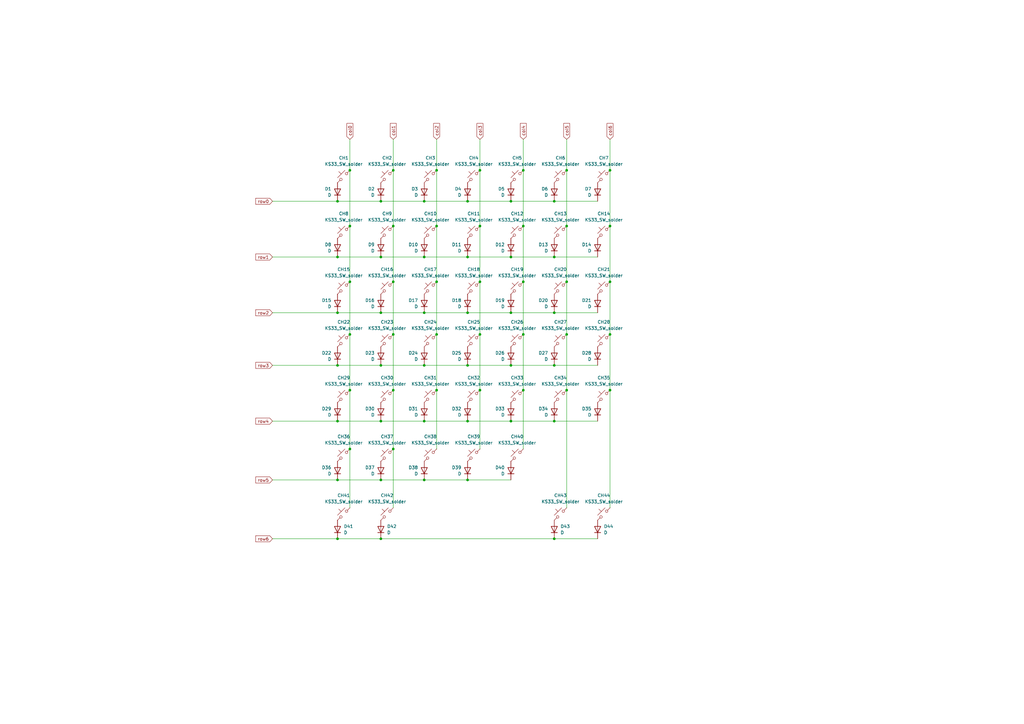
<source format=kicad_sch>
(kicad_sch (version 20231120) (generator "eeschema") (generator_version "8.0")
  (paper "A3")
  (lib_symbols
    (symbol "Device:D" (pin_numbers hide) (pin_names (offset 1.016) hide)
      (property "Reference" "D" (at 0 2.54 0))
      (property "Value" "D" (at 0 -2.54 0))
      (symbol "D_0_1"
        (polyline (pts (xy -1.27 1.27) (xy -1.27 -1.27)) (stroke (width 0.254)))
        (polyline (pts (xy 1.27 0) (xy -1.27 0)))
        (polyline (pts (xy 1.27 1.27) (xy 1.27 -1.27) (xy -1.27 0) (xy 1.27 1.27)) (stroke (width 0.254)))
      )
      (symbol "D_1_1"
        (pin passive line (at -3.81 0 0) (length 2.54) (name "K") (number "1"))
        (pin passive line (at 3.81 0 180) (length 2.54) (name "A") (number "2"))
      )
    )
    (symbol "PCM_marbastlib-choc:choc_v1_SW_HS_CPG135001S30" (pin_numbers hide) (pin_names (offset 1.016) hide)
      (property "Reference" "CH" (at 3.048 1.016 0))
      (property "Value" "choc_v1_SW_HS" (at 0 -3.81 0))
      (symbol "choc_v1_SW_HS_CPG135001S30_0_1"
        (circle (center -1.1684 1.1684) (radius 0.508))
        (polyline (pts (xy -0.508 2.54) (xy 2.54 -0.508)))
        (polyline (pts (xy 1.016 1.016) (xy 2.032 2.032)))
        (polyline (pts (xy -2.54 2.54) (xy -1.524 1.524) (xy -1.524 1.524)))
        (polyline (pts (xy 1.524 -1.524) (xy 2.54 -2.54) (xy 2.54 -2.54) (xy 2.54 -2.54)))
        (circle (center 1.143 -1.1938) (radius 0.508))
        (pin passive line (at -2.54 2.54 0) (length 0) (name "1") (number "1"))
        (pin passive line (at 2.54 -2.54 180) (length 0) (name "2") (number "2"))
      )
    )
  )
  (junction (at 232.41 92.71))
  (junction (at 138.43 149.86))
  (junction (at 227.33 128.27))
  (junction (at 232.41 137.16))
  (junction (at 227.33 82.55))
  (junction (at 191.77 149.86))
  (junction (at 250.19 160.02))
  (junction (at 173.99 105.41))
  (junction (at 196.85 69.85))
  (junction (at 191.77 196.85))
  (junction (at 156.21 128.27))
  (junction (at 143.51 160.02))
  (junction (at 138.43 220.98))
  (junction (at 138.43 82.55))
  (junction (at 232.41 69.85))
  (junction (at 227.33 172.72))
  (junction (at 250.19 115.57))
  (junction (at 138.43 172.72))
  (junction (at 173.99 82.55))
  (junction (at 138.43 196.85))
  (junction (at 161.29 69.85))
  (junction (at 156.21 220.98))
  (junction (at 143.51 92.71))
  (junction (at 250.19 69.85))
  (junction (at 196.85 137.16))
  (junction (at 173.99 172.72))
  (junction (at 250.19 92.71))
  (junction (at 214.63 69.85))
  (junction (at 173.99 196.85))
  (junction (at 179.07 115.57))
  (junction (at 138.43 105.41))
  (junction (at 138.43 128.27))
  (junction (at 191.77 172.72))
  (junction (at 196.85 160.02))
  (junction (at 191.77 82.55))
  (junction (at 161.29 92.71))
  (junction (at 227.33 149.86))
  (junction (at 143.51 137.16))
  (junction (at 156.21 196.85))
  (junction (at 214.63 92.71))
  (junction (at 161.29 184.15))
  (junction (at 191.77 105.41))
  (junction (at 196.85 92.71))
  (junction (at 250.19 137.16))
  (junction (at 173.99 149.86))
  (junction (at 161.29 160.02))
  (junction (at 227.33 105.41))
  (junction (at 232.41 160.02))
  (junction (at 173.99 128.27))
  (junction (at 209.55 149.86))
  (junction (at 179.07 92.71))
  (junction (at 179.07 137.16))
  (junction (at 232.41 115.57))
  (junction (at 156.21 149.86))
  (junction (at 214.63 137.16))
  (junction (at 209.55 105.41))
  (junction (at 227.33 220.98))
  (junction (at 179.07 69.85))
  (junction (at 209.55 172.72))
  (junction (at 156.21 82.55))
  (junction (at 209.55 82.55))
  (junction (at 156.21 172.72))
  (junction (at 191.77 128.27))
  (junction (at 143.51 115.57))
  (junction (at 156.21 105.41))
  (junction (at 143.51 69.85))
  (junction (at 196.85 115.57))
  (junction (at 209.55 128.27))
  (junction (at 143.51 184.15))
  (junction (at 214.63 115.57))
  (junction (at 161.29 137.16))
  (junction (at 179.07 160.02))
  (junction (at 214.63 160.02))
  (junction (at 161.29 115.57))
  (wire (pts (xy 143.51 184.15) (xy 143.51 208.28)))
  (wire (pts (xy 196.85 92.71) (xy 196.85 115.57)))
  (wire (pts (xy 196.85 160.02) (xy 196.85 184.15)))
  (wire (pts (xy 179.07 160.02) (xy 179.07 184.15)))
  (wire (pts (xy 161.29 137.16) (xy 161.29 160.02)))
  (wire (pts (xy 179.07 137.16) (xy 179.07 160.02)))
  (wire (pts (xy 227.33 149.86) (xy 209.55 149.86)))
  (wire (pts (xy 179.07 115.57) (xy 179.07 137.16)))
  (wire (pts (xy 143.51 69.85) (xy 143.51 92.71)))
  (wire (pts (xy 245.11 105.41) (xy 227.33 105.41)))
  (wire (pts (xy 111.76 128.27) (xy 138.43 128.27)))
  (wire (pts (xy 245.11 149.86) (xy 227.33 149.86)))
  (wire (pts (xy 111.76 82.55) (xy 138.43 82.55)))
  (wire (pts (xy 156.21 220.98) (xy 138.43 220.98)))
  (wire (pts (xy 214.63 69.85) (xy 214.63 92.71)))
  (wire (pts (xy 214.63 92.71) (xy 214.63 115.57)))
  (wire (pts (xy 214.63 160.02) (xy 214.63 184.15)))
  (wire (pts (xy 245.11 220.98) (xy 227.33 220.98)))
  (wire (pts (xy 179.07 92.71) (xy 179.07 115.57)))
  (wire (pts (xy 214.63 137.16) (xy 214.63 160.02)))
  (wire (pts (xy 232.41 92.71) (xy 232.41 115.57)))
  (wire (pts (xy 111.76 105.41) (xy 138.43 105.41)))
  (wire (pts (xy 209.55 82.55) (xy 191.77 82.55)))
  (wire (pts (xy 161.29 92.71) (xy 161.29 115.57)))
  (wire (pts (xy 156.21 172.72) (xy 138.43 172.72)))
  (wire (pts (xy 232.41 115.57) (xy 232.41 137.16)))
  (wire (pts (xy 173.99 149.86) (xy 156.21 149.86)))
  (wire (pts (xy 156.21 149.86) (xy 138.43 149.86)))
  (wire (pts (xy 161.29 115.57) (xy 161.29 137.16)))
  (wire (pts (xy 250.19 92.71) (xy 250.19 115.57)))
  (wire (pts (xy 191.77 172.72) (xy 173.99 172.72)))
  (wire (pts (xy 245.11 172.72) (xy 227.33 172.72)))
  (wire (pts (xy 156.21 196.85) (xy 138.43 196.85)))
  (wire (pts (xy 209.55 172.72) (xy 191.77 172.72)))
  (wire (pts (xy 232.41 160.02) (xy 232.41 208.28)))
  (wire (pts (xy 227.33 82.55) (xy 209.55 82.55)))
  (wire (pts (xy 209.55 105.41) (xy 191.77 105.41)))
  (wire (pts (xy 191.77 82.55) (xy 173.99 82.55)))
  (wire (pts (xy 232.41 69.85) (xy 232.41 92.71)))
  (wire (pts (xy 156.21 82.55) (xy 138.43 82.55)))
  (wire (pts (xy 173.99 105.41) (xy 156.21 105.41)))
  (wire (pts (xy 191.77 196.85) (xy 209.55 196.85)))
  (wire (pts (xy 179.07 57.15) (xy 179.07 69.85)))
  (wire (pts (xy 250.19 57.15) (xy 250.19 69.85)))
  (wire (pts (xy 227.33 105.41) (xy 209.55 105.41)))
  (wire (pts (xy 232.41 137.16) (xy 232.41 160.02)))
  (wire (pts (xy 143.51 92.71) (xy 143.51 115.57)))
  (wire (pts (xy 191.77 196.85) (xy 173.99 196.85)))
  (wire (pts (xy 173.99 196.85) (xy 156.21 196.85)))
  (wire (pts (xy 250.19 69.85) (xy 250.19 92.71)))
  (wire (pts (xy 161.29 69.85) (xy 161.29 92.71)))
  (wire (pts (xy 156.21 105.41) (xy 138.43 105.41)))
  (wire (pts (xy 191.77 149.86) (xy 173.99 149.86)))
  (wire (pts (xy 173.99 82.55) (xy 156.21 82.55)))
  (wire (pts (xy 143.51 115.57) (xy 143.51 137.16)))
  (wire (pts (xy 161.29 57.15) (xy 161.29 69.85)))
  (wire (pts (xy 191.77 105.41) (xy 173.99 105.41)))
  (wire (pts (xy 214.63 115.57) (xy 214.63 137.16)))
  (wire (pts (xy 196.85 137.16) (xy 196.85 160.02)))
  (wire (pts (xy 156.21 220.98) (xy 227.33 220.98)))
  (wire (pts (xy 111.76 196.85) (xy 138.43 196.85)))
  (wire (pts (xy 209.55 149.86) (xy 191.77 149.86)))
  (wire (pts (xy 250.19 137.16) (xy 250.19 160.02)))
  (wire (pts (xy 111.76 172.72) (xy 138.43 172.72)))
  (wire (pts (xy 143.51 137.16) (xy 143.51 160.02)))
  (wire (pts (xy 196.85 57.15) (xy 196.85 69.85)))
  (wire (pts (xy 227.33 172.72) (xy 209.55 172.72)))
  (wire (pts (xy 191.77 128.27) (xy 173.99 128.27)))
  (wire (pts (xy 245.11 128.27) (xy 227.33 128.27)))
  (wire (pts (xy 173.99 128.27) (xy 156.21 128.27)))
  (wire (pts (xy 143.51 160.02) (xy 143.51 184.15)))
  (wire (pts (xy 245.11 82.55) (xy 227.33 82.55)))
  (wire (pts (xy 250.19 115.57) (xy 250.19 137.16)))
  (wire (pts (xy 196.85 69.85) (xy 196.85 92.71)))
  (wire (pts (xy 161.29 160.02) (xy 161.29 184.15)))
  (wire (pts (xy 156.21 128.27) (xy 138.43 128.27)))
  (wire (pts (xy 143.51 57.15) (xy 143.51 69.85)))
  (wire (pts (xy 179.07 69.85) (xy 179.07 92.71)))
  (wire (pts (xy 250.19 160.02) (xy 250.19 208.28)))
  (wire (pts (xy 214.63 57.15) (xy 214.63 69.85)))
  (wire (pts (xy 111.76 220.98) (xy 138.43 220.98)))
  (wire (pts (xy 232.41 57.15) (xy 232.41 69.85)))
  (wire (pts (xy 196.85 115.57) (xy 196.85 137.16)))
  (wire (pts (xy 173.99 172.72) (xy 156.21 172.72)))
  (wire (pts (xy 161.29 184.15) (xy 161.29 208.28)))
  (wire (pts (xy 111.76 149.86) (xy 138.43 149.86)))
  (wire (pts (xy 209.55 128.27) (xy 191.77 128.27)))
  (wire (pts (xy 227.33 128.27) (xy 209.55 128.27)))
  (global_label "col2" (shape input) (at 179.07 57.15 90) (property "Intersheetrefs" "${INTERSHEET_REFS}" (effects (hide yes))))
  (global_label "col1" (shape input) (at 161.29 57.15 90) (property "Intersheetrefs" "${INTERSHEET_REFS}" (effects (hide yes))))
  (global_label "row4" (shape input) (at 111.76 172.72 180) (property "Intersheetrefs" "${INTERSHEET_REFS}" (effects (hide yes))))
  (global_label "row0" (shape input) (at 111.76 82.55 180) (property "Intersheetrefs" "${INTERSHEET_REFS}" (effects (hide yes))))
  (global_label "row6" (shape input) (at 111.76 220.98 180) (property "Intersheetrefs" "${INTERSHEET_REFS}" (effects (hide yes))))
  (global_label "col6" (shape input) (at 250.19 57.15 90) (property "Intersheetrefs" "${INTERSHEET_REFS}" (effects (hide yes))))
  (global_label "row3" (shape input) (at 111.76 149.86 180) (property "Intersheetrefs" "${INTERSHEET_REFS}" (effects (hide yes))))
  (global_label "col4" (shape input) (at 214.63 57.15 90) (property "Intersheetrefs" "${INTERSHEET_REFS}" (effects (hide yes))))
  (global_label "col3" (shape input) (at 196.85 57.15 90) (property "Intersheetrefs" "${INTERSHEET_REFS}" (effects (hide yes))))
  (global_label "row2" (shape input) (at 111.76 128.27 180) (property "Intersheetrefs" "${INTERSHEET_REFS}" (effects (hide yes))))
  (global_label "col0" (shape input) (at 143.51 57.15 90) (property "Intersheetrefs" "${INTERSHEET_REFS}" (effects (hide yes))))
  (global_label "row5" (shape input) (at 111.76 196.85 180) (property "Intersheetrefs" "${INTERSHEET_REFS}" (effects (hide yes))))
  (global_label "row1" (shape input) (at 111.76 105.41 180) (property "Intersheetrefs" "${INTERSHEET_REFS}" (effects (hide yes))))
  (global_label "col5" (shape input) (at 232.41 57.15 90) (property "Intersheetrefs" "${INTERSHEET_REFS}" (effects (hide yes))))
  (symbol (lib_id "Device:D") (at 227.33 124.46 270) (mirror x) (unit 1)
    (property "Reference" "D20" (at 224.79 123.1899 90) (effects (justify right)))
    (property "Value" "D" (at 224.79 125.7299 90) (effects (justify right)))
    (property "Footprint" "Diode_SMD:D_SOD-123" (effects (hide yes)))
    (property "Description" "Diode" (effects (hide yes)))
    (property "Sim.Device" "D" (effects (hide yes)))
    (property "Sim.Pins" "1=K 2=A" (effects (hide yes)))
  )
  (symbol (lib_id "PCM_marbastlib-choc:choc_v1_SW_HS_CPG135001S30") (at 229.87 210.82 0) (mirror y) (unit 1)
    (property "Reference" "CH43" (at 229.87 203.2 0))
    (property "Value" "KS33_SW_solder" (at 229.87 205.74 0))
    (property "Footprint" "ModHob:KS33_Choc-v2_HS_1.5U" (effects (hide yes)))
    (property "Description" "Push button switch, normally open, two pins, 45° tilted" (effects (hide yes)))
  )
  (symbol (lib_id "Device:D") (at 209.55 168.91 270) (mirror x) (unit 1)
    (property "Reference" "D33" (at 207.01 167.6399 90) (effects (justify right)))
    (property "Value" "D" (at 207.01 170.1799 90) (effects (justify right)))
    (property "Footprint" "Diode_SMD:D_SOD-123" (effects (hide yes)))
    (property "Description" "Diode" (effects (hide yes)))
    (property "Sim.Device" "D" (effects (hide yes)))
    (property "Sim.Pins" "1=K 2=A" (effects (hide yes)))
  )
  (symbol (lib_id "PCM_marbastlib-choc:choc_v1_SW_HS_CPG135001S30") (at 247.65 162.56 0) (mirror y) (unit 1)
    (property "Reference" "CH35" (at 247.65 154.94 0))
    (property "Value" "KS33_SW_solder" (at 247.65 157.48 0))
    (property "Footprint" "ModHob:KS33_Choc-v2_HS_1.5U" (effects (hide yes)))
    (property "Description" "Push button switch, normally open, two pins, 45° tilted" (effects (hide yes)))
  )
  (symbol (lib_id "Device:D") (at 156.21 146.05 270) (mirror x) (unit 1)
    (property "Reference" "D23" (at 153.67 144.7799 90) (effects (justify right)))
    (property "Value" "D" (at 153.67 147.3199 90) (effects (justify right)))
    (property "Footprint" "Diode_SMD:D_SOD-123" (effects (hide yes)))
    (property "Description" "Diode" (effects (hide yes)))
    (property "Sim.Device" "D" (effects (hide yes)))
    (property "Sim.Pins" "1=K 2=A" (effects (hide yes)))
  )
  (symbol (lib_id "Device:D") (at 191.77 146.05 270) (mirror x) (unit 1)
    (property "Reference" "D25" (at 189.23 144.7799 90) (effects (justify right)))
    (property "Value" "D" (at 189.23 147.3199 90) (effects (justify right)))
    (property "Footprint" "Diode_SMD:D_SOD-123" (effects (hide yes)))
    (property "Description" "Diode" (effects (hide yes)))
    (property "Sim.Device" "D" (effects (hide yes)))
    (property "Sim.Pins" "1=K 2=A" (effects (hide yes)))
  )
  (symbol (lib_id "PCM_marbastlib-choc:choc_v1_SW_HS_CPG135001S30") (at 212.09 186.69 0) (mirror y) (unit 1)
    (property "Reference" "CH40" (at 212.09 179.07 0))
    (property "Value" "KS33_SW_solder" (at 212.09 181.61 0))
    (property "Footprint" "ModHob:KS33_Choc-v2_HS_1U" (effects (hide yes)))
    (property "Description" "Push button switch, normally open, two pins, 45° tilted" (effects (hide yes)))
  )
  (symbol (lib_id "PCM_marbastlib-choc:choc_v1_SW_HS_CPG135001S30") (at 140.97 210.82 0) (mirror y) (unit 1)
    (property "Reference" "CH41" (at 140.97 203.2 0))
    (property "Value" "KS33_SW_solder" (at 140.97 205.74 0))
    (property "Footprint" "ModHob:KS33_Choc-v2_HS_1.5U" (effects (hide yes)))
    (property "Description" "Push button switch, normally open, two pins, 45° tilted" (effects (hide yes)))
  )
  (symbol (lib_id "PCM_marbastlib-choc:choc_v1_SW_HS_CPG135001S30") (at 158.75 95.25 0) (mirror y) (unit 1)
    (property "Reference" "CH9" (at 158.75 87.63 0))
    (property "Value" "KS33_SW_solder" (at 158.75 90.17 0))
    (property "Footprint" "ModHob:KS33_Choc-v2_HS_1U" (effects (hide yes)))
    (property "Description" "Push button switch, normally open, two pins, 45° tilted" (effects (hide yes)))
  )
  (symbol (lib_id "Device:D") (at 191.77 124.46 270) (mirror x) (unit 1)
    (property "Reference" "D18" (at 189.23 123.1899 90) (effects (justify right)))
    (property "Value" "D" (at 189.23 125.7299 90) (effects (justify right)))
    (property "Footprint" "Diode_SMD:D_SOD-123" (effects (hide yes)))
    (property "Description" "Diode" (effects (hide yes)))
    (property "Sim.Device" "D" (effects (hide yes)))
    (property "Sim.Pins" "1=K 2=A" (effects (hide yes)))
  )
  (symbol (lib_id "Device:D") (at 227.33 101.6 270) (mirror x) (unit 1)
    (property "Reference" "D13" (at 224.79 100.3299 90) (effects (justify right)))
    (property "Value" "D" (at 224.79 102.8699 90) (effects (justify right)))
    (property "Footprint" "Diode_SMD:D_SOD-123" (effects (hide yes)))
    (property "Description" "Diode" (effects (hide yes)))
    (property "Sim.Device" "D" (effects (hide yes)))
    (property "Sim.Pins" "1=K 2=A" (effects (hide yes)))
  )
  (symbol (lib_id "Device:D") (at 138.43 78.74 270) (mirror x) (unit 1)
    (property "Reference" "D1" (at 135.89 77.4699 90) (effects (justify right)))
    (property "Value" "D" (at 135.89 80.0099 90) (effects (justify right)))
    (property "Footprint" "Diode_SMD:D_SOD-123" (effects (hide yes)))
    (property "Description" "Diode" (effects (hide yes)))
    (property "Sim.Device" "D" (effects (hide yes)))
    (property "Sim.Pins" "1=K 2=A" (effects (hide yes)))
  )
  (symbol (lib_id "PCM_marbastlib-choc:choc_v1_SW_HS_CPG135001S30") (at 212.09 118.11 0) (mirror y) (unit 1)
    (property "Reference" "CH19" (at 212.09 110.49 0))
    (property "Value" "KS33_SW_solder" (at 212.09 113.03 0))
    (property "Footprint" "ModHob:KS33_Choc-v2_HS_1U" (effects (hide yes)))
    (property "Description" "Push button switch, normally open, two pins, 45° tilted" (effects (hide yes)))
  )
  (symbol (lib_id "Device:D") (at 227.33 168.91 270) (mirror x) (unit 1)
    (property "Reference" "D34" (at 224.79 167.6399 90) (effects (justify right)))
    (property "Value" "D" (at 224.79 170.1799 90) (effects (justify right)))
    (property "Footprint" "Diode_SMD:D_SOD-123" (effects (hide yes)))
    (property "Description" "Diode" (effects (hide yes)))
    (property "Sim.Device" "D" (effects (hide yes)))
    (property "Sim.Pins" "1=K 2=A" (effects (hide yes)))
  )
  (symbol (lib_id "PCM_marbastlib-choc:choc_v1_SW_HS_CPG135001S30") (at 229.87 95.25 0) (mirror y) (unit 1)
    (property "Reference" "CH13" (at 229.87 87.63 0))
    (property "Value" "KS33_SW_solder" (at 229.87 90.17 0))
    (property "Footprint" "ModHob:KS33_Choc-v2_HS_1U" (effects (hide yes)))
    (property "Description" "Push button switch, normally open, two pins, 45° tilted" (effects (hide yes)))
  )
  (symbol (lib_id "Device:D") (at 156.21 101.6 270) (mirror x) (unit 1)
    (property "Reference" "D9" (at 153.67 100.3299 90) (effects (justify right)))
    (property "Value" "D" (at 153.67 102.8699 90) (effects (justify right)))
    (property "Footprint" "Diode_SMD:D_SOD-123" (effects (hide yes)))
    (property "Description" "Diode" (effects (hide yes)))
    (property "Sim.Device" "D" (effects (hide yes)))
    (property "Sim.Pins" "1=K 2=A" (effects (hide yes)))
  )
  (symbol (lib_id "PCM_marbastlib-choc:choc_v1_SW_HS_CPG135001S30") (at 158.75 139.7 0) (mirror y) (unit 1)
    (property "Reference" "CH23" (at 158.75 132.08 0))
    (property "Value" "KS33_SW_solder" (at 158.75 134.62 0))
    (property "Footprint" "ModHob:KS33_Choc-v2_HS_1U" (effects (hide yes)))
    (property "Description" "Push button switch, normally open, two pins, 45° tilted" (effects (hide yes)))
  )
  (symbol (lib_id "PCM_marbastlib-choc:choc_v1_SW_HS_CPG135001S30") (at 158.75 210.82 0) (mirror y) (unit 1)
    (property "Reference" "CH42" (at 158.75 203.2 0))
    (property "Value" "KS33_SW_solder" (at 158.75 205.74 0))
    (property "Footprint" "ModHob:KS33_Choc-v2_HS_1.5U" (effects (hide yes)))
    (property "Description" "Push button switch, normally open, two pins, 45° tilted" (effects (hide yes)))
  )
  (symbol (lib_id "PCM_marbastlib-choc:choc_v1_SW_HS_CPG135001S30") (at 158.75 162.56 0) (mirror y) (unit 1)
    (property "Reference" "CH30" (at 158.75 154.94 0))
    (property "Value" "KS33_SW_solder" (at 158.75 157.48 0))
    (property "Footprint" "ModHob:KS33_Choc-v2_HS_1U" (effects (hide yes)))
    (property "Description" "Push button switch, normally open, two pins, 45° tilted" (effects (hide yes)))
  )
  (symbol (lib_id "Device:D") (at 138.43 146.05 270) (mirror x) (unit 1)
    (property "Reference" "D22" (at 135.89 144.7799 90) (effects (justify right)))
    (property "Value" "D" (at 135.89 147.3199 90) (effects (justify right)))
    (property "Footprint" "Diode_SMD:D_SOD-123" (effects (hide yes)))
    (property "Description" "Diode" (effects (hide yes)))
    (property "Sim.Device" "D" (effects (hide yes)))
    (property "Sim.Pins" "1=K 2=A" (effects (hide yes)))
  )
  (symbol (lib_id "PCM_marbastlib-choc:choc_v1_SW_HS_CPG135001S30") (at 194.31 72.39 0) (mirror y) (unit 1)
    (property "Reference" "CH4" (at 194.31 64.77 0))
    (property "Value" "KS33_SW_solder" (at 194.31 67.31 0))
    (property "Footprint" "ModHob:KS33_Choc-v2_HS_1U" (effects (hide yes)))
    (property "Description" "Push button switch, normally open, two pins, 45° tilted" (effects (hide yes)))
  )
  (symbol (lib_id "PCM_marbastlib-choc:choc_v1_SW_HS_CPG135001S30") (at 140.97 139.7 0) (mirror y) (unit 1)
    (property "Reference" "CH22" (at 140.97 132.08 0))
    (property "Value" "KS33_SW_solder" (at 140.97 134.62 0))
    (property "Footprint" "ModHob:KS33_Choc-v2_HS_1U" (effects (hide yes)))
    (property "Description" "Push button switch, normally open, two pins, 45° tilted" (effects (hide yes)))
  )
  (symbol (lib_id "Device:D") (at 245.11 124.46 270) (mirror x) (unit 1)
    (property "Reference" "D21" (at 242.57 123.1899 90) (effects (justify right)))
    (property "Value" "D" (at 242.57 125.7299 90) (effects (justify right)))
    (property "Footprint" "Diode_SMD:D_SOD-123" (effects (hide yes)))
    (property "Description" "Diode" (effects (hide yes)))
    (property "Sim.Device" "D" (effects (hide yes)))
    (property "Sim.Pins" "1=K 2=A" (effects (hide yes)))
  )
  (symbol (lib_id "Device:D") (at 245.11 168.91 270) (mirror x) (unit 1)
    (property "Reference" "D35" (at 242.57 167.6399 90) (effects (justify right)))
    (property "Value" "D" (at 242.57 170.1799 90) (effects (justify right)))
    (property "Footprint" "Diode_SMD:D_SOD-123" (effects (hide yes)))
    (property "Description" "Diode" (effects (hide yes)))
    (property "Sim.Device" "D" (effects (hide yes)))
    (property "Sim.Pins" "1=K 2=A" (effects (hide yes)))
  )
  (symbol (lib_id "Device:D") (at 191.77 101.6 270) (mirror x) (unit 1)
    (property "Reference" "D11" (at 189.23 100.3299 90) (effects (justify right)))
    (property "Value" "D" (at 189.23 102.8699 90) (effects (justify right)))
    (property "Footprint" "Diode_SMD:D_SOD-123" (effects (hide yes)))
    (property "Description" "Diode" (effects (hide yes)))
    (property "Sim.Device" "D" (effects (hide yes)))
    (property "Sim.Pins" "1=K 2=A" (effects (hide yes)))
  )
  (symbol (lib_id "PCM_marbastlib-choc:choc_v1_SW_HS_CPG135001S30") (at 247.65 118.11 0) (mirror y) (unit 1)
    (property "Reference" "CH21" (at 247.65 110.49 0))
    (property "Value" "KS33_SW_solder" (at 247.65 113.03 0))
    (property "Footprint" "ModHob:KS33_Choc-v2_HS_1.5U" (effects (hide yes)))
    (property "Description" "Push button switch, normally open, two pins, 45° tilted" (effects (hide yes)))
  )
  (symbol (lib_id "PCM_marbastlib-choc:choc_v1_SW_HS_CPG135001S30") (at 176.53 139.7 0) (mirror y) (unit 1)
    (property "Reference" "CH24" (at 176.53 132.08 0))
    (property "Value" "KS33_SW_solder" (at 176.53 134.62 0))
    (property "Footprint" "ModHob:KS33_Choc-v2_HS_1U" (effects (hide yes)))
    (property "Description" "Push button switch, normally open, two pins, 45° tilted" (effects (hide yes)))
  )
  (symbol (lib_id "PCM_marbastlib-choc:choc_v1_SW_HS_CPG135001S30") (at 229.87 162.56 0) (mirror y) (unit 1)
    (property "Reference" "CH34" (at 229.87 154.94 0))
    (property "Value" "KS33_SW_solder" (at 229.87 157.48 0))
    (property "Footprint" "ModHob:KS33_Choc-v2_HS_1U" (effects (hide yes)))
    (property "Description" "Push button switch, normally open, two pins, 45° tilted" (effects (hide yes)))
  )
  (symbol (lib_id "PCM_marbastlib-choc:choc_v1_SW_HS_CPG135001S30") (at 158.75 118.11 0) (mirror y) (unit 1)
    (property "Reference" "CH16" (at 158.75 110.49 0))
    (property "Value" "KS33_SW_solder" (at 158.75 113.03 0))
    (property "Footprint" "ModHob:KS33_Choc-v2_HS_1U" (effects (hide yes)))
    (property "Description" "Push button switch, normally open, two pins, 45° tilted" (effects (hide yes)))
  )
  (symbol (lib_id "Device:D") (at 191.77 193.04 270) (mirror x) (unit 1)
    (property "Reference" "D39" (at 189.23 191.7699 90) (effects (justify right)))
    (property "Value" "D" (at 189.23 194.3099 90) (effects (justify right)))
    (property "Footprint" "Diode_SMD:D_SOD-123" (effects (hide yes)))
    (property "Description" "Diode" (effects (hide yes)))
    (property "Sim.Device" "D" (effects (hide yes)))
    (property "Sim.Pins" "1=K 2=A" (effects (hide yes)))
  )
  (symbol (lib_id "Device:D") (at 138.43 168.91 270) (mirror x) (unit 1)
    (property "Reference" "D29" (at 135.89 167.6399 90) (effects (justify right)))
    (property "Value" "D" (at 135.89 170.1799 90) (effects (justify right)))
    (property "Footprint" "Diode_SMD:D_SOD-123" (effects (hide yes)))
    (property "Description" "Diode" (effects (hide yes)))
    (property "Sim.Device" "D" (effects (hide yes)))
    (property "Sim.Pins" "1=K 2=A" (effects (hide yes)))
  )
  (symbol (lib_id "PCM_marbastlib-choc:choc_v1_SW_HS_CPG135001S30") (at 140.97 162.56 0) (mirror y) (unit 1)
    (property "Reference" "CH29" (at 140.97 154.94 0))
    (property "Value" "KS33_SW_solder" (at 140.97 157.48 0))
    (property "Footprint" "ModHob:KS33_Choc-v2_HS_1U" (effects (hide yes)))
    (property "Description" "Push button switch, normally open, two pins, 45° tilted" (effects (hide yes)))
  )
  (symbol (lib_id "PCM_marbastlib-choc:choc_v1_SW_HS_CPG135001S30") (at 229.87 72.39 0) (mirror y) (unit 1)
    (property "Reference" "CH6" (at 229.87 64.77 0))
    (property "Value" "KS33_SW_solder" (at 229.87 67.31 0))
    (property "Footprint" "ModHob:KS33_Choc-v2_HS_1U" (effects (hide yes)))
    (property "Description" "Push button switch, normally open, two pins, 45° tilted" (effects (hide yes)))
  )
  (symbol (lib_id "PCM_marbastlib-choc:choc_v1_SW_HS_CPG135001S30") (at 176.53 186.69 0) (mirror y) (unit 1)
    (property "Reference" "CH38" (at 176.53 179.07 0))
    (property "Value" "KS33_SW_solder" (at 176.53 181.61 0))
    (property "Footprint" "ModHob:KS33_Choc-v2_HS_1.5U" (effects (hide yes)))
    (property "Description" "Push button switch, normally open, two pins, 45° tilted" (effects (hide yes)))
  )
  (symbol (lib_id "PCM_marbastlib-choc:choc_v1_SW_HS_CPG135001S30") (at 247.65 72.39 0) (mirror y) (unit 1)
    (property "Reference" "CH7" (at 247.65 64.77 0))
    (property "Value" "KS33_SW_solder" (at 247.65 67.31 0))
    (property "Footprint" "ModHob:KS33_Choc-v2_HS_1.5U" (effects (hide yes)))
    (property "Description" "Push button switch, normally open, two pins, 45° tilted" (effects (hide yes)))
  )
  (symbol (lib_id "Device:D") (at 245.11 217.17 270) (mirror x) (unit 1)
    (property "Reference" "D44" (at 247.65 215.8999 90) (effects (justify left)))
    (property "Value" "D" (at 247.65 218.4399 90) (effects (justify left)))
    (property "Footprint" "Diode_SMD:D_SOD-123" (effects (hide yes)))
    (property "Description" "Diode" (effects (hide yes)))
    (property "Sim.Device" "D" (effects (hide yes)))
    (property "Sim.Pins" "1=K 2=A" (effects (hide yes)))
  )
  (symbol (lib_id "PCM_marbastlib-choc:choc_v1_SW_HS_CPG135001S30") (at 140.97 186.69 0) (mirror y) (unit 1)
    (property "Reference" "CH36" (at 140.97 179.07 0))
    (property "Value" "KS33_SW_solder" (at 140.97 181.61 0))
    (property "Footprint" "ModHob:KS33_Choc-v2_HS_1.5U" (effects (hide yes)))
    (property "Description" "Push button switch, normally open, two pins, 45° tilted" (effects (hide yes)))
  )
  (symbol (lib_id "Device:D") (at 245.11 146.05 270) (mirror x) (unit 1)
    (property "Reference" "D28" (at 242.57 144.7799 90) (effects (justify right)))
    (property "Value" "D" (at 242.57 147.3199 90) (effects (justify right)))
    (property "Footprint" "Diode_SMD:D_SOD-123" (effects (hide yes)))
    (property "Description" "Diode" (effects (hide yes)))
    (property "Sim.Device" "D" (effects (hide yes)))
    (property "Sim.Pins" "1=K 2=A" (effects (hide yes)))
  )
  (symbol (lib_id "Device:D") (at 209.55 101.6 270) (mirror x) (unit 1)
    (property "Reference" "D12" (at 207.01 100.3299 90) (effects (justify right)))
    (property "Value" "D" (at 207.01 102.8699 90) (effects (justify right)))
    (property "Footprint" "Diode_SMD:D_SOD-123" (effects (hide yes)))
    (property "Description" "Diode" (effects (hide yes)))
    (property "Sim.Device" "D" (effects (hide yes)))
    (property "Sim.Pins" "1=K 2=A" (effects (hide yes)))
  )
  (symbol (lib_id "Device:D") (at 173.99 168.91 270) (mirror x) (unit 1)
    (property "Reference" "D31" (at 171.45 167.6399 90) (effects (justify right)))
    (property "Value" "D" (at 171.45 170.1799 90) (effects (justify right)))
    (property "Footprint" "Diode_SMD:D_SOD-123" (effects (hide yes)))
    (property "Description" "Diode" (effects (hide yes)))
    (property "Sim.Device" "D" (effects (hide yes)))
    (property "Sim.Pins" "1=K 2=A" (effects (hide yes)))
  )
  (symbol (lib_id "PCM_marbastlib-choc:choc_v1_SW_HS_CPG135001S30") (at 176.53 118.11 0) (mirror y) (unit 1)
    (property "Reference" "CH17" (at 176.53 110.49 0))
    (property "Value" "KS33_SW_solder" (at 176.53 113.03 0))
    (property "Footprint" "ModHob:KS33_Choc-v2_HS_1U" (effects (hide yes)))
    (property "Description" "Push button switch, normally open, two pins, 45° tilted" (effects (hide yes)))
  )
  (symbol (lib_id "Device:D") (at 138.43 101.6 270) (mirror x) (unit 1)
    (property "Reference" "D8" (at 135.89 100.3299 90) (effects (justify right)))
    (property "Value" "D" (at 135.89 102.8699 90) (effects (justify right)))
    (property "Footprint" "Diode_SMD:D_SOD-123" (effects (hide yes)))
    (property "Description" "Diode" (effects (hide yes)))
    (property "Sim.Device" "D" (effects (hide yes)))
    (property "Sim.Pins" "1=K 2=A" (effects (hide yes)))
  )
  (symbol (lib_id "PCM_marbastlib-choc:choc_v1_SW_HS_CPG135001S30") (at 140.97 72.39 0) (mirror y) (unit 1)
    (property "Reference" "CH1" (at 140.97 64.77 0))
    (property "Value" "KS33_SW_solder" (at 140.97 67.31 0))
    (property "Footprint" "ModHob:KS33_Choc-v2_HS_1U" (effects (hide yes)))
    (property "Description" "Push button switch, normally open, two pins, 45° tilted" (effects (hide yes)))
  )
  (symbol (lib_id "PCM_marbastlib-choc:choc_v1_SW_HS_CPG135001S30") (at 194.31 162.56 0) (mirror y) (unit 1)
    (property "Reference" "CH32" (at 194.31 154.94 0))
    (property "Value" "KS33_SW_solder" (at 194.31 157.48 0))
    (property "Footprint" "ModHob:KS33_Choc-v2_HS_1U" (effects (hide yes)))
    (property "Description" "Push button switch, normally open, two pins, 45° tilted" (effects (hide yes)))
  )
  (symbol (lib_id "PCM_marbastlib-choc:choc_v1_SW_HS_CPG135001S30") (at 194.31 118.11 0) (mirror y) (unit 1)
    (property "Reference" "CH18" (at 194.31 110.49 0))
    (property "Value" "KS33_SW_solder" (at 194.31 113.03 0))
    (property "Footprint" "ModHob:KS33_Choc-v2_HS_1U" (effects (hide yes)))
    (property "Description" "Push button switch, normally open, two pins, 45° tilted" (effects (hide yes)))
  )
  (symbol (lib_id "PCM_marbastlib-choc:choc_v1_SW_HS_CPG135001S30") (at 176.53 95.25 0) (mirror y) (unit 1)
    (property "Reference" "CH10" (at 176.53 87.63 0))
    (property "Value" "KS33_SW_solder" (at 176.53 90.17 0))
    (property "Footprint" "ModHob:KS33_Choc-v2_HS_1U" (effects (hide yes)))
    (property "Description" "Push button switch, normally open, two pins, 45° tilted" (effects (hide yes)))
  )
  (symbol (lib_id "Device:D") (at 191.77 168.91 270) (mirror x) (unit 1)
    (property "Reference" "D32" (at 189.23 167.6399 90) (effects (justify right)))
    (property "Value" "D" (at 189.23 170.1799 90) (effects (justify right)))
    (property "Footprint" "Diode_SMD:D_SOD-123" (effects (hide yes)))
    (property "Description" "Diode" (effects (hide yes)))
    (property "Sim.Device" "D" (effects (hide yes)))
    (property "Sim.Pins" "1=K 2=A" (effects (hide yes)))
  )
  (symbol (lib_id "Device:D") (at 156.21 168.91 270) (mirror x) (unit 1)
    (property "Reference" "D30" (at 153.67 167.6399 90) (effects (justify right)))
    (property "Value" "D" (at 153.67 170.1799 90) (effects (justify right)))
    (property "Footprint" "Diode_SMD:D_SOD-123" (effects (hide yes)))
    (property "Description" "Diode" (effects (hide yes)))
    (property "Sim.Device" "D" (effects (hide yes)))
    (property "Sim.Pins" "1=K 2=A" (effects (hide yes)))
  )
  (symbol (lib_id "Device:D") (at 227.33 146.05 270) (mirror x) (unit 1)
    (property "Reference" "D27" (at 224.79 144.7799 90) (effects (justify right)))
    (property "Value" "D" (at 224.79 147.3199 90) (effects (justify right)))
    (property "Footprint" "Diode_SMD:D_SOD-123" (effects (hide yes)))
    (property "Description" "Diode" (effects (hide yes)))
    (property "Sim.Device" "D" (effects (hide yes)))
    (property "Sim.Pins" "1=K 2=A" (effects (hide yes)))
  )
  (symbol (lib_id "Device:D") (at 227.33 217.17 270) (mirror x) (unit 1)
    (property "Reference" "D43" (at 229.87 215.8999 90) (effects (justify left)))
    (property "Value" "D" (at 229.87 218.4399 90) (effects (justify left)))
    (property "Footprint" "Diode_SMD:D_SOD-123" (effects (hide yes)))
    (property "Description" "Diode" (effects (hide yes)))
    (property "Sim.Device" "D" (effects (hide yes)))
    (property "Sim.Pins" "1=K 2=A" (effects (hide yes)))
  )
  (symbol (lib_id "Device:D") (at 209.55 124.46 270) (mirror x) (unit 1)
    (property "Reference" "D19" (at 207.01 123.1899 90) (effects (justify right)))
    (property "Value" "D" (at 207.01 125.7299 90) (effects (justify right)))
    (property "Footprint" "Diode_SMD:D_SOD-123" (effects (hide yes)))
    (property "Description" "Diode" (effects (hide yes)))
    (property "Sim.Device" "D" (effects (hide yes)))
    (property "Sim.Pins" "1=K 2=A" (effects (hide yes)))
  )
  (symbol (lib_id "Device:D") (at 173.99 146.05 270) (mirror x) (unit 1)
    (property "Reference" "D24" (at 171.45 144.7799 90) (effects (justify right)))
    (property "Value" "D" (at 171.45 147.3199 90) (effects (justify right)))
    (property "Footprint" "Diode_SMD:D_SOD-123" (effects (hide yes)))
    (property "Description" "Diode" (effects (hide yes)))
    (property "Sim.Device" "D" (effects (hide yes)))
    (property "Sim.Pins" "1=K 2=A" (effects (hide yes)))
  )
  (symbol (lib_id "Device:D") (at 245.11 78.74 270) (mirror x) (unit 1)
    (property "Reference" "D7" (at 242.57 77.4699 90) (effects (justify right)))
    (property "Value" "D" (at 242.57 80.0099 90) (effects (justify right)))
    (property "Footprint" "Diode_SMD:D_SOD-123" (effects (hide yes)))
    (property "Description" "Diode" (effects (hide yes)))
    (property "Sim.Device" "D" (effects (hide yes)))
    (property "Sim.Pins" "1=K 2=A" (effects (hide yes)))
  )
  (symbol (lib_id "PCM_marbastlib-choc:choc_v1_SW_HS_CPG135001S30") (at 229.87 139.7 0) (mirror y) (unit 1)
    (property "Reference" "CH27" (at 229.87 132.08 0))
    (property "Value" "KS33_SW_solder" (at 229.87 134.62 0))
    (property "Footprint" "ModHob:KS33_Choc-v2_HS_1U" (effects (hide yes)))
    (property "Description" "Push button switch, normally open, two pins, 45° tilted" (effects (hide yes)))
  )
  (symbol (lib_id "Device:D") (at 156.21 78.74 270) (mirror x) (unit 1)
    (property "Reference" "D2" (at 153.67 77.4699 90) (effects (justify right)))
    (property "Value" "D" (at 153.67 80.0099 90) (effects (justify right)))
    (property "Footprint" "Diode_SMD:D_SOD-123" (effects (hide yes)))
    (property "Description" "Diode" (effects (hide yes)))
    (property "Sim.Device" "D" (effects (hide yes)))
    (property "Sim.Pins" "1=K 2=A" (effects (hide yes)))
  )
  (symbol (lib_id "PCM_marbastlib-choc:choc_v1_SW_HS_CPG135001S30") (at 194.31 139.7 0) (mirror y) (unit 1)
    (property "Reference" "CH25" (at 194.31 132.08 0))
    (property "Value" "KS33_SW_solder" (at 194.31 134.62 0))
    (property "Footprint" "ModHob:KS33_Choc-v2_HS_1U" (effects (hide yes)))
    (property "Description" "Push button switch, normally open, two pins, 45° tilted" (effects (hide yes)))
  )
  (symbol (lib_id "Device:D") (at 173.99 101.6 270) (mirror x) (unit 1)
    (property "Reference" "D10" (at 171.45 100.3299 90) (effects (justify right)))
    (property "Value" "D" (at 171.45 102.8699 90) (effects (justify right)))
    (property "Footprint" "Diode_SMD:D_SOD-123" (effects (hide yes)))
    (property "Description" "Diode" (effects (hide yes)))
    (property "Sim.Device" "D" (effects (hide yes)))
    (property "Sim.Pins" "1=K 2=A" (effects (hide yes)))
  )
  (symbol (lib_id "Device:D") (at 227.33 78.74 270) (mirror x) (unit 1)
    (property "Reference" "D6" (at 224.79 77.4699 90) (effects (justify right)))
    (property "Value" "D" (at 224.79 80.0099 90) (effects (justify right)))
    (property "Footprint" "Diode_SMD:D_SOD-123" (effects (hide yes)))
    (property "Description" "Diode" (effects (hide yes)))
    (property "Sim.Device" "D" (effects (hide yes)))
    (property "Sim.Pins" "1=K 2=A" (effects (hide yes)))
  )
  (symbol (lib_id "Device:D") (at 173.99 78.74 270) (mirror x) (unit 1)
    (property "Reference" "D3" (at 171.45 77.4699 90) (effects (justify right)))
    (property "Value" "D" (at 171.45 80.0099 90) (effects (justify right)))
    (property "Footprint" "Diode_SMD:D_SOD-123" (effects (hide yes)))
    (property "Description" "Diode" (effects (hide yes)))
    (property "Sim.Device" "D" (effects (hide yes)))
    (property "Sim.Pins" "1=K 2=A" (effects (hide yes)))
  )
  (symbol (lib_id "Device:D") (at 138.43 124.46 270) (mirror x) (unit 1)
    (property "Reference" "D15" (at 135.89 123.1899 90) (effects (justify right)))
    (property "Value" "D" (at 135.89 125.7299 90) (effects (justify right)))
    (property "Footprint" "Diode_SMD:D_SOD-123" (effects (hide yes)))
    (property "Description" "Diode" (effects (hide yes)))
    (property "Sim.Device" "D" (effects (hide yes)))
    (property "Sim.Pins" "1=K 2=A" (effects (hide yes)))
  )
  (symbol (lib_id "PCM_marbastlib-choc:choc_v1_SW_HS_CPG135001S30") (at 140.97 95.25 0) (mirror y) (unit 1)
    (property "Reference" "CH8" (at 140.97 87.63 0))
    (property "Value" "KS33_SW_solder" (at 140.97 90.17 0))
    (property "Footprint" "ModHob:KS33_Choc-v2_HS_1U" (effects (hide yes)))
    (property "Description" "Push button switch, normally open, two pins, 45° tilted" (effects (hide yes)))
  )
  (symbol (lib_id "Device:D") (at 209.55 78.74 270) (mirror x) (unit 1)
    (property "Reference" "D5" (at 207.01 77.4699 90) (effects (justify right)))
    (property "Value" "D" (at 207.01 80.0099 90) (effects (justify right)))
    (property "Footprint" "Diode_SMD:D_SOD-123" (effects (hide yes)))
    (property "Description" "Diode" (effects (hide yes)))
    (property "Sim.Device" "D" (effects (hide yes)))
    (property "Sim.Pins" "1=K 2=A" (effects (hide yes)))
  )
  (symbol (lib_id "PCM_marbastlib-choc:choc_v1_SW_HS_CPG135001S30") (at 158.75 72.39 0) (mirror y) (unit 1)
    (property "Reference" "CH2" (at 158.75 64.77 0))
    (property "Value" "KS33_SW_solder" (at 158.75 67.31 0))
    (property "Footprint" "ModHob:KS33_Choc-v2_HS_1U" (effects (hide yes)))
    (property "Description" "Push button switch, normally open, two pins, 45° tilted" (effects (hide yes)))
  )
  (symbol (lib_id "PCM_marbastlib-choc:choc_v1_SW_HS_CPG135001S30") (at 229.87 118.11 0) (mirror y) (unit 1)
    (property "Reference" "CH20" (at 229.87 110.49 0))
    (property "Value" "KS33_SW_solder" (at 229.87 113.03 0))
    (property "Footprint" "ModHob:KS33_Choc-v2_HS_1U" (effects (hide yes)))
    (property "Description" "Push button switch, normally open, two pins, 45° tilted" (effects (hide yes)))
  )
  (symbol (lib_id "PCM_marbastlib-choc:choc_v1_SW_HS_CPG135001S30") (at 212.09 72.39 0) (mirror y) (unit 1)
    (property "Reference" "CH5" (at 212.09 64.77 0))
    (property "Value" "KS33_SW_solder" (at 212.09 67.31 0))
    (property "Footprint" "ModHob:KS33_Choc-v2_HS_1U" (effects (hide yes)))
    (property "Description" "Push button switch, normally open, two pins, 45° tilted" (effects (hide yes)))
  )
  (symbol (lib_id "PCM_marbastlib-choc:choc_v1_SW_HS_CPG135001S30") (at 158.75 186.69 0) (mirror y) (unit 1)
    (property "Reference" "CH37" (at 158.75 179.07 0))
    (property "Value" "KS33_SW_solder" (at 158.75 181.61 0))
    (property "Footprint" "ModHob:KS33_Choc-v2_HS_1.5U" (effects (hide yes)))
    (property "Description" "Push button switch, normally open, two pins, 45° tilted" (effects (hide yes)))
  )
  (symbol (lib_id "Device:D") (at 191.77 78.74 270) (mirror x) (unit 1)
    (property "Reference" "D4" (at 189.23 77.4699 90) (effects (justify right)))
    (property "Value" "D" (at 189.23 80.0099 90) (effects (justify right)))
    (property "Footprint" "Diode_SMD:D_SOD-123" (effects (hide yes)))
    (property "Description" "Diode" (effects (hide yes)))
    (property "Sim.Device" "D" (effects (hide yes)))
    (property "Sim.Pins" "1=K 2=A" (effects (hide yes)))
  )
  (symbol (lib_id "PCM_marbastlib-choc:choc_v1_SW_HS_CPG135001S30") (at 247.65 139.7 0) (mirror y) (unit 1)
    (property "Reference" "CH28" (at 247.65 132.08 0))
    (property "Value" "KS33_SW_solder" (at 247.65 134.62 0))
    (property "Footprint" "ModHob:KS33_Choc-v2_HS_1.5U" (effects (hide yes)))
    (property "Description" "Push button switch, normally open, two pins, 45° tilted" (effects (hide yes)))
  )
  (symbol (lib_id "PCM_marbastlib-choc:choc_v1_SW_HS_CPG135001S30") (at 140.97 118.11 0) (mirror y) (unit 1)
    (property "Reference" "CH15" (at 140.97 110.49 0))
    (property "Value" "KS33_SW_solder" (at 140.97 113.03 0))
    (property "Footprint" "ModHob:KS33_Choc-v2_HS_1U" (effects (hide yes)))
    (property "Description" "Push button switch, normally open, two pins, 45° tilted" (effects (hide yes)))
  )
  (symbol (lib_id "PCM_marbastlib-choc:choc_v1_SW_HS_CPG135001S30") (at 212.09 162.56 0) (mirror y) (unit 1)
    (property "Reference" "CH33" (at 212.09 154.94 0))
    (property "Value" "KS33_SW_solder" (at 212.09 157.48 0))
    (property "Footprint" "ModHob:KS33_Choc-v2_HS_1U" (effects (hide yes)))
    (property "Description" "Push button switch, normally open, two pins, 45° tilted" (effects (hide yes)))
  )
  (symbol (lib_id "PCM_marbastlib-choc:choc_v1_SW_HS_CPG135001S30") (at 176.53 72.39 0) (mirror y) (unit 1)
    (property "Reference" "CH3" (at 176.53 64.77 0))
    (property "Value" "KS33_SW_solder" (at 176.53 67.31 0))
    (property "Footprint" "ModHob:KS33_Choc-v2_HS_1U" (effects (hide yes)))
    (property "Description" "Push button switch, normally open, two pins, 45° tilted" (effects (hide yes)))
  )
  (symbol (lib_id "Device:D") (at 173.99 124.46 270) (mirror x) (unit 1)
    (property "Reference" "D17" (at 171.45 123.1899 90) (effects (justify right)))
    (property "Value" "D" (at 171.45 125.7299 90) (effects (justify right)))
    (property "Footprint" "Diode_SMD:D_SOD-123" (effects (hide yes)))
    (property "Description" "Diode" (effects (hide yes)))
    (property "Sim.Device" "D" (effects (hide yes)))
    (property "Sim.Pins" "1=K 2=A" (effects (hide yes)))
  )
  (symbol (lib_id "PCM_marbastlib-choc:choc_v1_SW_HS_CPG135001S30") (at 212.09 139.7 0) (mirror y) (unit 1)
    (property "Reference" "CH26" (at 212.09 132.08 0))
    (property "Value" "KS33_SW_solder" (at 212.09 134.62 0))
    (property "Footprint" "ModHob:KS33_Choc-v2_HS_1U" (effects (hide yes)))
    (property "Description" "Push button switch, normally open, two pins, 45° tilted" (effects (hide yes)))
  )
  (symbol (lib_id "PCM_marbastlib-choc:choc_v1_SW_HS_CPG135001S30") (at 194.31 186.69 0) (mirror y) (unit 1)
    (property "Reference" "CH39" (at 194.31 179.07 0))
    (property "Value" "KS33_SW_solder" (at 194.31 181.61 0))
    (property "Footprint" "ModHob:KS33_Choc-v2_HS_1U" (effects (hide yes)))
    (property "Description" "Push button switch, normally open, two pins, 45° tilted" (effects (hide yes)))
  )
  (symbol (lib_id "PCM_marbastlib-choc:choc_v1_SW_HS_CPG135001S30") (at 247.65 210.82 0) (mirror y) (unit 1)
    (property "Reference" "CH44" (at 247.65 203.2 0))
    (property "Value" "KS33_SW_solder" (at 247.65 205.74 0))
    (property "Footprint" "ModHob:KS33_Choc-v2_HS_1U" (effects (hide yes)))
    (property "Description" "Push button switch, normally open, two pins, 45° tilted" (effects (hide yes)))
  )
  (symbol (lib_id "PCM_marbastlib-choc:choc_v1_SW_HS_CPG135001S30") (at 247.65 95.25 0) (mirror y) (unit 1)
    (property "Reference" "CH14" (at 247.65 87.63 0))
    (property "Value" "KS33_SW_solder" (at 247.65 90.17 0))
    (property "Footprint" "ModHob:KS33_Choc-v2_HS_1.5U" (effects (hide yes)))
    (property "Description" "Push button switch, normally open, two pins, 45° tilted" (effects (hide yes)))
  )
  (symbol (lib_id "PCM_marbastlib-choc:choc_v1_SW_HS_CPG135001S30") (at 194.31 95.25 0) (mirror y) (unit 1)
    (property "Reference" "CH11" (at 194.31 87.63 0))
    (property "Value" "KS33_SW_solder" (at 194.31 90.17 0))
    (property "Footprint" "ModHob:KS33_Choc-v2_HS_1U" (effects (hide yes)))
    (property "Description" "Push button switch, normally open, two pins, 45° tilted" (effects (hide yes)))
  )
  (symbol (lib_id "PCM_marbastlib-choc:choc_v1_SW_HS_CPG135001S30") (at 176.53 162.56 0) (mirror y) (unit 1)
    (property "Reference" "CH31" (at 176.53 154.94 0))
    (property "Value" "KS33_SW_solder" (at 176.53 157.48 0))
    (property "Footprint" "ModHob:KS33_Choc-v2_HS_1U" (effects (hide yes)))
    (property "Description" "Push button switch, normally open, two pins, 45° tilted" (effects (hide yes)))
  )
  (symbol (lib_id "Device:D") (at 209.55 146.05 270) (mirror x) (unit 1)
    (property "Reference" "D26" (at 207.01 144.7799 90) (effects (justify right)))
    (property "Value" "D" (at 207.01 147.3199 90) (effects (justify right)))
    (property "Footprint" "Diode_SMD:D_SOD-123" (effects (hide yes)))
    (property "Description" "Diode" (effects (hide yes)))
    (property "Sim.Device" "D" (effects (hide yes)))
    (property "Sim.Pins" "1=K 2=A" (effects (hide yes)))
  )
  (symbol (lib_id "Device:D") (at 138.43 193.04 270) (mirror x) (unit 1)
    (property "Reference" "D36" (at 135.89 191.7699 90) (effects (justify right)))
    (property "Value" "D" (at 135.89 194.3099 90) (effects (justify right)))
    (property "Footprint" "Diode_SMD:D_SOD-123" (effects (hide yes)))
    (property "Description" "Diode" (effects (hide yes)))
    (property "Sim.Device" "D" (effects (hide yes)))
    (property "Sim.Pins" "1=K 2=A" (effects (hide yes)))
  )
  (symbol (lib_id "PCM_marbastlib-choc:choc_v1_SW_HS_CPG135001S30") (at 212.09 95.25 0) (mirror y) (unit 1)
    (property "Reference" "CH12" (at 212.09 87.63 0))
    (property "Value" "KS33_SW_solder" (at 212.09 90.17 0))
    (property "Footprint" "ModHob:KS33_Choc-v2_HS_1U" (effects (hide yes)))
    (property "Description" "Push button switch, normally open, two pins, 45° tilted" (effects (hide yes)))
  )
  (symbol (lib_id "Device:D") (at 156.21 193.04 270) (mirror x) (unit 1)
    (property "Reference" "D37" (at 153.67 191.7699 90) (effects (justify right)))
    (property "Value" "D" (at 153.67 194.3099 90) (effects (justify right)))
    (property "Footprint" "Diode_SMD:D_SOD-123" (effects (hide yes)))
    (property "Description" "Diode" (effects (hide yes)))
    (property "Sim.Device" "D" (effects (hide yes)))
    (property "Sim.Pins" "1=K 2=A" (effects (hide yes)))
  )
  (symbol (lib_id "Device:D") (at 245.11 101.6 270) (mirror x) (unit 1)
    (property "Reference" "D14" (at 242.57 100.3299 90) (effects (justify right)))
    (property "Value" "D" (at 242.57 102.8699 90) (effects (justify right)))
    (property "Footprint" "Diode_SMD:D_SOD-123" (effects (hide yes)))
    (property "Description" "Diode" (effects (hide yes)))
    (property "Sim.Device" "D" (effects (hide yes)))
    (property "Sim.Pins" "1=K 2=A" (effects (hide yes)))
  )
  (symbol (lib_id "Device:D") (at 138.43 217.17 270) (mirror x) (unit 1)
    (property "Reference" "D41" (at 140.97 215.8999 90) (effects (justify left)))
    (property "Value" "D" (at 140.97 218.4399 90) (effects (justify left)))
    (property "Footprint" "Diode_SMD:D_SOD-123" (effects (hide yes)))
    (property "Description" "Diode" (effects (hide yes)))
    (property "Sim.Device" "D" (effects (hide yes)))
    (property "Sim.Pins" "1=K 2=A" (effects (hide yes)))
  )
  (symbol (lib_id "Device:D") (at 209.55 193.04 270) (mirror x) (unit 1)
    (property "Reference" "D40" (at 207.01 191.7699 90) (effects (justify right)))
    (property "Value" "D" (at 207.01 194.3099 90) (effects (justify right)))
    (property "Footprint" "Diode_SMD:D_SOD-123" (effects (hide yes)))
    (property "Description" "Diode" (effects (hide yes)))
    (property "Sim.Device" "D" (effects (hide yes)))
    (property "Sim.Pins" "1=K 2=A" (effects (hide yes)))
  )
  (symbol (lib_id "Device:D") (at 156.21 124.46 270) (mirror x) (unit 1)
    (property "Reference" "D16" (at 153.67 123.1899 90) (effects (justify right)))
    (property "Value" "D" (at 153.67 125.7299 90) (effects (justify right)))
    (property "Footprint" "Diode_SMD:D_SOD-123" (effects (hide yes)))
    (property "Description" "Diode" (effects (hide yes)))
    (property "Sim.Device" "D" (effects (hide yes)))
    (property "Sim.Pins" "1=K 2=A" (effects (hide yes)))
  )
  (symbol (lib_id "Device:D") (at 173.99 193.04 270) (mirror x) (unit 1)
    (property "Reference" "D38" (at 171.45 191.7699 90) (effects (justify right)))
    (property "Value" "D" (at 171.45 194.3099 90) (effects (justify right)))
    (property "Footprint" "Diode_SMD:D_SOD-123" (effects (hide yes)))
    (property "Description" "Diode" (effects (hide yes)))
    (property "Sim.Device" "D" (effects (hide yes)))
    (property "Sim.Pins" "1=K 2=A" (effects (hide yes)))
  )
  (symbol (lib_id "Device:D") (at 156.21 217.17 270) (mirror x) (unit 1)
    (property "Reference" "D42" (at 158.75 215.8999 90) (effects (justify left)))
    (property "Value" "D" (at 158.75 218.4399 90) (effects (justify left)))
    (property "Footprint" "Diode_SMD:D_SOD-123" (effects (hide yes)))
    (property "Description" "Diode" (effects (hide yes)))
    (property "Sim.Device" "D" (effects (hide yes)))
    (property "Sim.Pins" "1=K 2=A" (effects (hide yes)))
  )
)
</source>
